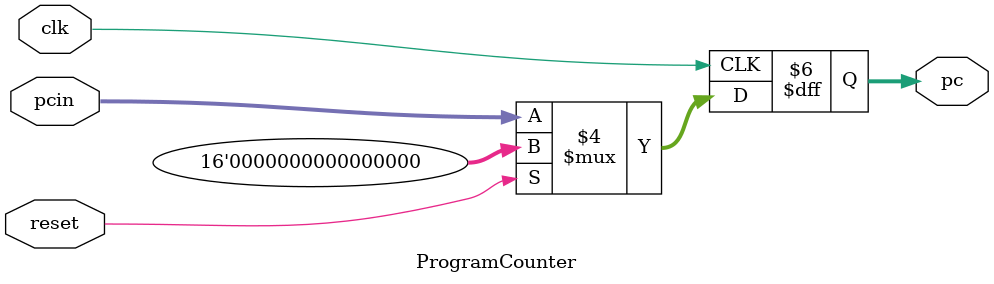
<source format=v>
`timescale 1ns / 1ps
module ProgramCounter(
	input reset,
    input clk,
    input [15:0] pcin,
    output reg [15:0] pc
    );

	always@(posedge clk) begin
		if(reset == 1'b1) begin
			pc <= 16'd0;
		end
		else begin
			pc <= pcin;
		end
	end

endmodule

</source>
